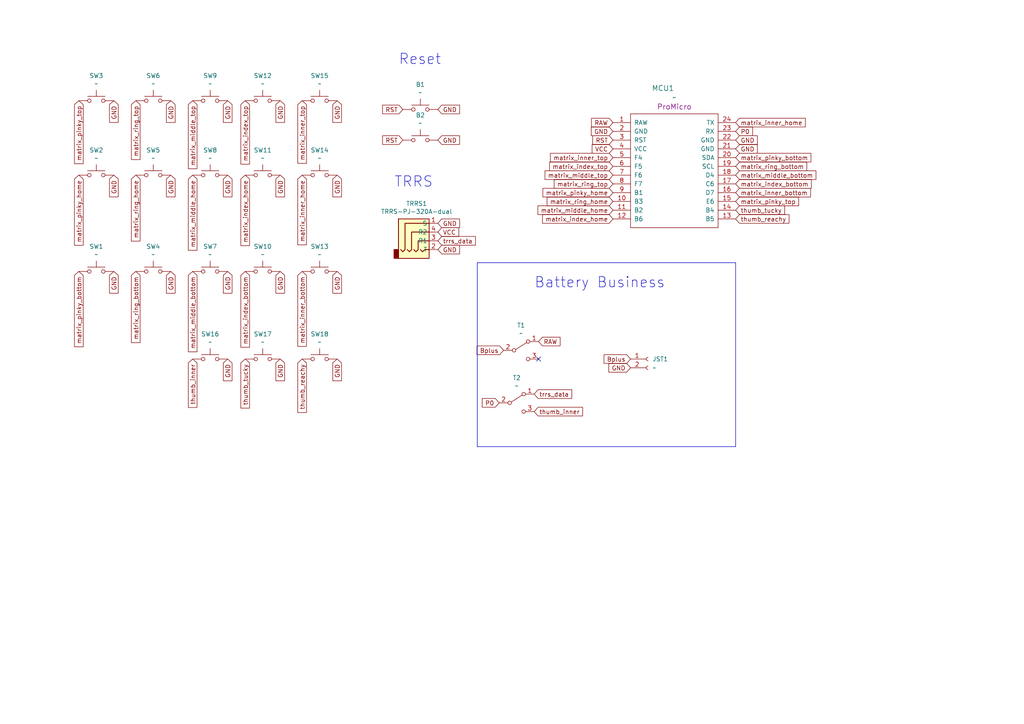
<source format=kicad_sch>
(kicad_sch (version 20230121) (generator eeschema)
  (paper "A4")
  (title_block (title "Sweep Squared") (date "2023-11-11") (rev "0.1"))
  (lib_symbols
    (symbol "AudioJack4dpb-tokas_bp_1"
      (property "Reference" "TRRS1" (at -1.0922 8.255 0))
      (property "Value" "TRRS-PJ-320A-dual" (at -1.0922 5.9436 0))
      (symbol "AudioJack4dpb-tokas_bp_1_0_1"
        (rectangle (start -6.35 -5.08) (end -7.62 -7.62) (stroke (width 0.254)) (fill (type outline)))
        (polyline (pts (xy 0 -5.08) (xy 0.635 -5.715) (xy 1.27 -5.08) (xy 2.54 -5.08)) (stroke (width 0.254)))
        (polyline (pts (xy -5.715 -5.08) (xy -5.08 -5.715) (xy -4.445 -5.08) (xy -4.445 2.54) (xy 2.54 2.54)) (stroke (width 0.254)))
        (polyline (pts (xy -1.905 -5.08) (xy -1.27 -5.715) (xy -0.635 -5.08) (xy -0.635 -2.54) (xy 2.54 -2.54)) (stroke (width 0.254)))
        (polyline (pts (xy 2.54 0) (xy -2.54 0) (xy -2.54 -5.08) (xy -3.175 -5.715) (xy -3.81 -5.08)) (stroke (width 0.254)))
        (rectangle (start 2.54 3.81) (end -6.35 -7.62) (stroke (width 0.254)) (fill (type background)))
      )
      (symbol "AudioJack4dpb-tokas_bp_1_1_1"
        (pin passive line (at 5.08 2.54 180) (length 2.54) (name "S") (number "1"))
        (pin passive line (at 5.08 -5.08 180) (length 2.54) (name "T") (number "2"))
        (pin passive line (at 5.08 -2.54 180) (length 2.54) (name "R1") (number "3"))
        (pin passive line (at 5.08 0 180) (length 2.54) (name "R2") (number "4"))
      )
    )
    (symbol "Connector:Conn_01x02_Female" (pin_names (offset 1.016) hide)
      (property "Reference" "J" (at 0 2.54 0))
      (property "Value" "Conn_01x02_Female" (at 0 -5.08 0))
      (symbol "Conn_01x02_Female_1_1"
        (arc (start 0 -2.032) (mid -0.5058 -2.54) (end 0 -3.048) (stroke (width 0.1524)))
        (polyline (pts (xy -1.27 -2.54) (xy -0.508 -2.54)) (stroke (width 0.1524)))
        (polyline (pts (xy -1.27 0) (xy -0.508 0)) (stroke (width 0.1524)))
        (arc (start 0 0.508) (mid -0.5058 0) (end 0 -0.508) (stroke (width 0.1524)))
        (pin passive line (at -5.08 0 0) (length 3.81) (name "Pin_1") (number "1"))
        (pin passive line (at -5.08 -2.54 0) (length 3.81) (name "Pin_2") (number "2"))
      )
    )
    (symbol "Switch:SW_Push" (pin_numbers hide) (pin_names (offset 1.016) hide)
      (property "Reference" "SW" (at 1.27 2.54 0))
      (property "Value" "SW_Push" (at 0 -1.524 0))
      (symbol "SW_Push_0_1"
        (circle (center -2.032 0) (radius 0.508))
        (polyline (pts (xy 0 1.27) (xy 0 3.048)))
        (polyline (pts (xy 2.54 1.27) (xy -2.54 1.27)))
        (circle (center 2.032 0) (radius 0.508))
        (pin passive line (at -5.08 0 0) (length 2.54) (name "1") (number "1"))
        (pin passive line (at 5.08 0 180) (length 2.54) (name "2") (number "2"))
      )
    )
    (symbol "Switch:SW_SPDT" (pin_names (offset 0) hide)
      (property "Reference" "SW" (at 0 4.318 0))
      (property "Value" "SW_SPDT" (at 0 -5.08 0))
      (symbol "SW_SPDT_0_0"
        (circle (center -2.032 0) (radius 0.508))
        (circle (center 2.032 -2.54) (radius 0.508))
      )
      (symbol "SW_SPDT_0_1"
        (polyline (pts (xy -1.524 0.254) (xy 1.651 2.286)))
        (circle (center 2.032 2.54) (radius 0.508))
      )
      (symbol "SW_SPDT_1_1"
        (pin passive line (at 5.08 2.54 180) (length 2.54) (name "A") (number "1"))
        (pin passive line (at -5.08 0 0) (length 2.54) (name "B") (number "2"))
        (pin passive line (at 5.08 -2.54 180) (length 2.54) (name "C") (number "3"))
      )
    )
    (symbol "sweep-bling-mx__pcb-rescue:ProMicro-kbd-bigblackpill-34key-rescue-sweepv2-rescue" (pin_names (offset 1.016))
      (property "Reference" "MCU1" (at 0 29.0322 0))
      (property "Value" "~" (at 0 26.3398 0))
      (property "Footprint" "ProMicro" (at 0 23.6474 0))
      (symbol "ProMicro-kbd-bigblackpill-34key-rescue-sweepv2-rescue_0_1"
        (rectangle (start -12.7 21.59) (end 12.7 -11.43))
      )
      (symbol "ProMicro-kbd-bigblackpill-34key-rescue-sweepv2-rescue_1_1"
        (pin power_out line (at 17.78 19.05 180) (length 5.08) (name "RAW") (number "1"))
        (pin bidirectional line (at 17.78 -3.81 180) (length 5.08) (name "B3") (number "10"))
        (pin bidirectional line (at 17.78 -6.35 180) (length 5.08) (name "B2") (number "11"))
        (pin bidirectional line (at 17.78 -8.89 180) (length 5.08) (name "B6") (number "12"))
        (pin bidirectional line (at -17.78 -8.89 0) (length 5.08) (name "B5") (number "13"))
        (pin bidirectional line (at -17.78 -6.35 0) (length 5.08) (name "B4") (number "14"))
        (pin bidirectional line (at -17.78 -3.81 0) (length 5.08) (name "E6") (number "15"))
        (pin bidirectional line (at -17.78 -1.27 0) (length 5.08) (name "D7") (number "16"))
        (pin bidirectional line (at -17.78 1.27 0) (length 5.08) (name "C6") (number "17"))
        (pin bidirectional line (at -17.78 3.81 0) (length 5.08) (name "D4") (number "18"))
        (pin bidirectional line (at -17.78 6.35 0) (length 5.08) (name "SCL") (number "19"))
        (pin power_in line (at 17.78 16.51 180) (length 5.08) (name "GND") (number "2"))
        (pin bidirectional line (at -17.78 8.89 0) (length 5.08) (name "SDA") (number "20"))
        (pin power_in line (at -17.78 11.43 0) (length 5.08) (name "GND") (number "21"))
        (pin power_in line (at -17.78 13.97 0) (length 5.08) (name "GND") (number "22"))
        (pin bidirectional line (at -17.78 16.51 0) (length 5.08) (name "RX") (number "23"))
        (pin bidirectional line (at -17.78 19.05 0) (length 5.08) (name "TX") (number "24"))
        (pin input line (at 17.78 13.97 180) (length 5.08) (name "RST") (number "3"))
        (pin power_in line (at 17.78 11.43 180) (length 5.08) (name "VCC") (number "4"))
        (pin bidirectional line (at 17.78 8.89 180) (length 5.08) (name "F4") (number "5"))
        (pin bidirectional line (at 17.78 6.35 180) (length 5.08) (name "F5") (number "6"))
        (pin bidirectional line (at 17.78 3.81 180) (length 5.08) (name "F6") (number "7"))
        (pin bidirectional line (at 17.78 1.27 180) (length 5.08) (name "F7") (number "8"))
        (pin bidirectional line (at 17.78 -1.27 180) (length 5.08) (name "B1") (number "9"))
      )
    )
  )
  (no_connect (at 156.21 104.14))
  (polyline (pts (xy 213.36 129.54) (xy 138.43 129.54)))
  (polyline (pts (xy 138.43 129.54) (xy 138.43 76.2)))
  (polyline (pts (xy 138.43 76.2) (xy 213.36 76.2)))
  (polyline (pts (xy 213.36 76.2) (xy 213.36 129.54)))
  (text "TRRS\n" (at 114.3 54.61 0) (effects (font (size 2.9972 2.9972)) (justify left bottom)))
  (text "Battery Business" (at 154.94 83.82 0) (effects (font (size 2.9972 2.9972)) (justify left bottom)))
  (text "Reset" (at 115.57 19.05 0) (effects (font (size 2.9972 2.9972)) (justify left bottom)))
  (global_label "Bplus" (shape input) (at 146.05 101.6 180) (property "Intersheetrefs" "${INTERSHEET_REFS}" (effects hide)))
  (global_label "GND" (shape input) (at 66.04 50.8 270) (property "Intersheetrefs" "${INTERSHEET_REFS}" (effects hide)))
  (global_label "matrix_middle_top" (shape input) (at 55.88 29.21 270) (property "Intersheetrefs" "${INTERSHEET_REFS}" (effects hide)))
  (global_label "RAW" (shape input) (at 156.21 99.06 0) (property "Intersheetrefs" "${INTERSHEET_REFS}" (effects hide)))
  (global_label "matrix_pinky_home" (shape input) (at 22.86 50.8 270) (property "Intersheetrefs" "${INTERSHEET_REFS}" (effects hide)))
  (global_label "P0" (shape input) (at 144.78 116.84 180) (property "Intersheetrefs" "${INTERSHEET_REFS}" (effects hide)))
  (global_label "GND" (shape input) (at 127 40.64 0) (property "Intersheetrefs" "${INTERSHEET_REFS}" (effects hide)))
  (global_label "GND" (shape input) (at 81.28 29.21 270) (property "Intersheetrefs" "${INTERSHEET_REFS}" (effects hide)))
  (global_label "RST" (shape input) (at 177.8 40.64 180) (property "Intersheetrefs" "${INTERSHEET_REFS}" (effects hide)))
  (global_label "matrix_ring_top" (shape input) (at 177.8 53.34 180) (property "Intersheetrefs" "${INTERSHEET_REFS}" (effects hide)))
  (global_label "thumb_tucky" (shape input) (at 213.36 60.96 0) (property "Intersheetrefs" "${INTERSHEET_REFS}" (effects hide)))
  (global_label "matrix_index_home" (shape input) (at 71.12 50.8 270) (property "Intersheetrefs" "${INTERSHEET_REFS}" (effects hide)))
  (global_label "matrix_index_home" (shape input) (at 177.8 63.5 180) (property "Intersheetrefs" "${INTERSHEET_REFS}" (effects hide)))
  (global_label "matrix_middle_home" (shape input) (at 177.8 60.96 180) (property "Intersheetrefs" "${INTERSHEET_REFS}" (effects hide)))
  (global_label "VCC" (shape input) (at 177.8 43.18 180) (property "Intersheetrefs" "${INTERSHEET_REFS}" (effects hide)))
  (global_label "matrix_inner_home" (shape input) (at 213.36 35.56 0) (property "Intersheetrefs" "${INTERSHEET_REFS}" (effects hide)))
  (global_label "GND" (shape input) (at 66.04 29.21 270) (property "Intersheetrefs" "${INTERSHEET_REFS}" (effects hide)))
  (global_label "GND" (shape input) (at 66.04 78.74 270) (property "Intersheetrefs" "${INTERSHEET_REFS}" (effects hide)))
  (global_label "GND" (shape input) (at 97.79 50.8 270) (property "Intersheetrefs" "${INTERSHEET_REFS}" (effects hide)))
  (global_label "matrix_pinky_top" (shape input) (at 22.86 29.21 270) (property "Intersheetrefs" "${INTERSHEET_REFS}" (effects hide)))
  (global_label "GND" (shape input) (at 127 31.75 0) (property "Intersheetrefs" "${INTERSHEET_REFS}" (effects hide)))
  (global_label "matrix_inner_top" (shape input) (at 87.63 29.21 270) (property "Intersheetrefs" "${INTERSHEET_REFS}" (effects hide)))
  (global_label "GND" (shape input) (at 49.53 29.21 270) (property "Intersheetrefs" "${INTERSHEET_REFS}" (effects hide)))
  (global_label "matrix_index_top" (shape input) (at 177.8 48.26 180) (property "Intersheetrefs" "${INTERSHEET_REFS}" (effects hide)))
  (global_label "GND" (shape input) (at 33.02 50.8 270) (property "Intersheetrefs" "${INTERSHEET_REFS}" (effects hide)))
  (global_label "matrix_inner_home" (shape input) (at 87.63 50.8 270) (property "Intersheetrefs" "${INTERSHEET_REFS}" (effects hide)))
  (global_label "GND" (shape input) (at 33.02 29.21 270) (property "Intersheetrefs" "${INTERSHEET_REFS}" (effects hide)))
  (global_label "matrix_index_top" (shape input) (at 71.12 29.21 270) (property "Intersheetrefs" "${INTERSHEET_REFS}" (effects hide)))
  (global_label "GND" (shape input) (at 81.28 78.74 270) (property "Intersheetrefs" "${INTERSHEET_REFS}" (effects hide)))
  (global_label "matrix_middle_top" (shape input) (at 177.8 50.8 180) (property "Intersheetrefs" "${INTERSHEET_REFS}" (effects hide)))
  (global_label "GND" (shape input) (at 49.53 78.74 270) (property "Intersheetrefs" "${INTERSHEET_REFS}" (effects hide)))
  (global_label "RAW" (shape input) (at 177.8 35.56 180) (property "Intersheetrefs" "${INTERSHEET_REFS}" (effects hide)))
  (global_label "trrs_data" (shape input) (at 127 69.85 0) (property "Intersheetrefs" "${INTERSHEET_REFS}" (effects hide)))
  (global_label "matrix_index_bottom" (shape input) (at 71.12 78.74 270) (property "Intersheetrefs" "${INTERSHEET_REFS}" (effects hide)))
  (global_label "thumb_tucky" (shape input) (at 71.12 104.14 270) (property "Intersheetrefs" "${INTERSHEET_REFS}" (effects hide)))
  (global_label "matrix_pinky_bottom" (shape input) (at 22.86 78.74 270) (property "Intersheetrefs" "${INTERSHEET_REFS}" (effects hide)))
  (global_label "matrix_pinky_home" (shape input) (at 177.8 55.88 180) (property "Intersheetrefs" "${INTERSHEET_REFS}" (effects hide)))
  (global_label "Bplus" (shape input) (at 182.88 104.14 180) (property "Intersheetrefs" "${INTERSHEET_REFS}" (effects hide)))
  (global_label "GND" (shape input) (at 127 72.39 0) (property "Intersheetrefs" "${INTERSHEET_REFS}" (effects hide)))
  (global_label "GND" (shape input) (at 66.04 104.14 270) (property "Intersheetrefs" "${INTERSHEET_REFS}" (effects hide)))
  (global_label "GND" (shape input) (at 97.79 29.21 270) (property "Intersheetrefs" "${INTERSHEET_REFS}" (effects hide)))
  (global_label "GND" (shape input) (at 213.36 43.18 0) (property "Intersheetrefs" "${INTERSHEET_REFS}" (effects hide)))
  (global_label "VCC" (shape input) (at 127 67.31 0) (property "Intersheetrefs" "${INTERSHEET_REFS}" (effects hide)))
  (global_label "matrix_pinky_bottom" (shape input) (at 213.36 45.72 0) (property "Intersheetrefs" "${INTERSHEET_REFS}" (effects hide)))
  (global_label "GND" (shape input) (at 97.79 78.74 270) (property "Intersheetrefs" "${INTERSHEET_REFS}" (effects hide)))
  (global_label "GND" (shape input) (at 213.36 40.64 0) (property "Intersheetrefs" "${INTERSHEET_REFS}" (effects hide)))
  (global_label "RST" (shape input) (at 116.84 40.64 180) (property "Intersheetrefs" "${INTERSHEET_REFS}" (effects hide)))
  (global_label "matrix_ring_home" (shape input) (at 39.37 50.8 270) (property "Intersheetrefs" "${INTERSHEET_REFS}" (effects hide)))
  (global_label "matrix_inner_bottom" (shape input) (at 213.36 55.88 0) (property "Intersheetrefs" "${INTERSHEET_REFS}" (effects hide)))
  (global_label "matrix_middle_bottom" (shape input) (at 213.36 50.8 0) (property "Intersheetrefs" "${INTERSHEET_REFS}" (effects hide)))
  (global_label "matrix_ring_home" (shape input) (at 177.8 58.42 180) (property "Intersheetrefs" "${INTERSHEET_REFS}" (effects hide)))
  (global_label "thumb_reachy" (shape input) (at 213.36 63.5 0) (property "Intersheetrefs" "${INTERSHEET_REFS}" (effects hide)))
  (global_label "GND" (shape input) (at 127 64.77 0) (property "Intersheetrefs" "${INTERSHEET_REFS}" (effects hide)))
  (global_label "matrix_ring_bottom" (shape input) (at 39.37 78.74 270) (property "Intersheetrefs" "${INTERSHEET_REFS}" (effects hide)))
  (global_label "matrix_pinky_top" (shape input) (at 213.36 58.42 0) (property "Intersheetrefs" "${INTERSHEET_REFS}" (effects hide)))
  (global_label "matrix_inner_top" (shape input) (at 177.8 45.72 180) (property "Intersheetrefs" "${INTERSHEET_REFS}" (effects hide)))
  (global_label "matrix_ring_bottom" (shape input) (at 213.36 48.26 0) (property "Intersheetrefs" "${INTERSHEET_REFS}" (effects hide)))
  (global_label "RST" (shape input) (at 116.84 31.75 180) (property "Intersheetrefs" "${INTERSHEET_REFS}" (effects hide)))
  (global_label "matrix_index_bottom" (shape input) (at 213.36 53.34 0) (property "Intersheetrefs" "${INTERSHEET_REFS}" (effects hide)))
  (global_label "matrix_ring_top" (shape input) (at 39.37 29.21 270) (property "Intersheetrefs" "${INTERSHEET_REFS}" (effects hide)))
  (global_label "GND" (shape input) (at 81.28 104.14 270) (property "Intersheetrefs" "${INTERSHEET_REFS}" (effects hide)))
  (global_label "trrs_data" (shape input) (at 154.94 114.3 0) (property "Intersheetrefs" "${INTERSHEET_REFS}" (effects hide)))
  (global_label "GND" (shape input) (at 81.28 50.8 270) (property "Intersheetrefs" "${INTERSHEET_REFS}" (effects hide)))
  (global_label "thumb_inner" (shape input) (at 154.94 119.38 0) (property "Intersheetrefs" "${INTERSHEET_REFS}" (effects hide)))
  (global_label "matrix_middle_bottom" (shape input) (at 55.88 78.74 270) (property "Intersheetrefs" "${INTERSHEET_REFS}" (effects hide)))
  (global_label "GND" (shape input) (at 49.53 50.8 270) (property "Intersheetrefs" "${INTERSHEET_REFS}" (effects hide)))
  (global_label "GND" (shape input) (at 97.79 104.14 270) (property "Intersheetrefs" "${INTERSHEET_REFS}" (effects hide)))
  (global_label "matrix_middle_home" (shape input) (at 55.88 50.8 270) (property "Intersheetrefs" "${INTERSHEET_REFS}" (effects hide)))
  (global_label "GND" (shape input) (at 33.02 78.74 270) (property "Intersheetrefs" "${INTERSHEET_REFS}" (effects hide)))
  (global_label "thumb_reachy" (shape input) (at 87.63 104.14 270) (property "Intersheetrefs" "${INTERSHEET_REFS}" (effects hide)))
  (global_label "matrix_inner_bottom" (shape input) (at 87.63 78.74 270) (property "Intersheetrefs" "${INTERSHEET_REFS}" (effects hide)))
  (global_label "GND" (shape input) (at 177.8 38.1 180) (property "Intersheetrefs" "${INTERSHEET_REFS}" (effects hide)))
  (global_label "GND" (shape input) (at 182.88 106.68 180) (property "Intersheetrefs" "${INTERSHEET_REFS}" (effects hide)))
  (global_label "thumb_inner" (shape input) (at 55.88 104.14 270) (property "Intersheetrefs" "${INTERSHEET_REFS}" (effects hide)))
  (global_label "P0" (shape input) (at 213.36 38.1 0) (property "Intersheetrefs" "${INTERSHEET_REFS}" (effects hide)))
  (symbol (lib_id "sweep-bling-mx__pcb-rescue:ProMicro-kbd-bigblackpill-34key-rescue-sweepv2-rescue") (at 195.58 54.61 0) (mirror y) (unit 1)
    (property "Reference" "MCU1" (at 195.58 25.5778 0) (effects (font (size 1.524 1.524)) (justify left)))
    (property "Value" "~" (at 195.58 28.2702 0) (effects (font (size 1.524 1.524))))
    (property "Footprint" "ProMicro" (at 195.58 30.9626 0) (effects (font (size 1.524 1.524))))
  )
  (symbol (lib_id "Switch:SW_Push") (at 27.94 29.21 0) (unit 1)
    (property "Reference" "SW3" (at 27.94 21.971 0))
    (property "Value" "~" (at 27.94 24.2824 0))
    (property "Footprint" "key-switches" (effects hide))
  )
  (symbol (lib_id "Switch:SW_Push") (at 44.45 29.21 0) (unit 1)
    (property "Reference" "SW6" (at 44.45 21.971 0))
    (property "Value" "~" (at 44.45 24.2824 0))
    (property "Footprint" "key-switches" (effects hide))
  )
  (symbol (lib_id "Switch:SW_Push") (at 60.96 29.21 0) (unit 1)
    (property "Reference" "SW9" (at 60.96 21.971 0))
    (property "Value" "~" (at 60.96 24.2824 0))
    (property "Footprint" "key-switches" (effects hide))
  )
  (symbol (lib_id "Switch:SW_Push") (at 76.2 29.21 0) (unit 1)
    (property "Reference" "SW12" (at 76.2 21.971 0))
    (property "Value" "~" (at 76.2 24.2824 0))
    (property "Footprint" "key-switches" (effects hide))
  )
  (symbol (lib_id "Switch:SW_Push") (at 92.71 29.21 0) (unit 1)
    (property "Reference" "SW15" (at 92.71 21.971 0))
    (property "Value" "~" (at 92.71 24.2824 0))
    (property "Footprint" "key-switches" (effects hide))
  )
  (symbol (lib_id "Switch:SW_Push") (at 60.96 104.14 0) (unit 1)
    (property "Reference" "SW16" (at 60.96 96.901 0))
    (property "Value" "~" (at 60.96 99.2124 0))
    (property "Footprint" "key-switches" (effects hide))
  )
  (symbol (lib_id "Switch:SW_Push") (at 76.2 104.14 0) (unit 1)
    (property "Reference" "SW17" (at 76.2 96.901 0))
    (property "Value" "~" (at 76.2 99.2124 0))
    (property "Footprint" "key-switches" (effects hide))
  )
  (symbol (lib_id "Switch:SW_Push") (at 27.94 50.8 0) (unit 1)
    (property "Reference" "SW2" (at 27.94 43.561 0))
    (property "Value" "~" (at 27.94 45.8724 0))
    (property "Footprint" "key-switches" (effects hide))
  )
  (symbol (lib_id "Switch:SW_Push") (at 44.45 50.8 0) (unit 1)
    (property "Reference" "SW5" (at 44.45 43.561 0))
    (property "Value" "~" (at 44.45 45.8724 0))
    (property "Footprint" "key-switches" (effects hide))
  )
  (symbol (lib_id "Switch:SW_Push") (at 60.96 50.8 0) (unit 1)
    (property "Reference" "SW8" (at 60.96 43.561 0))
    (property "Value" "~" (at 60.96 45.8724 0))
    (property "Footprint" "key-switches" (effects hide))
  )
  (symbol (lib_id "Switch:SW_Push") (at 76.2 50.8 0) (unit 1)
    (property "Reference" "SW11" (at 76.2 43.561 0))
    (property "Value" "~" (at 76.2 45.8724 0))
    (property "Footprint" "key-switches" (effects hide))
  )
  (symbol (lib_id "Switch:SW_Push") (at 92.71 50.8 0) (unit 1)
    (property "Reference" "SW14" (at 92.71 43.561 0))
    (property "Value" "~" (at 92.71 45.8724 0))
    (property "Footprint" "key-switches" (effects hide))
  )
  (symbol (lib_id "Switch:SW_Push") (at 27.94 78.74 0) (unit 1)
    (property "Reference" "SW1" (at 27.94 71.501 0))
    (property "Value" "~" (at 27.94 73.8124 0))
    (property "Footprint" "key-switches" (effects hide))
  )
  (symbol (lib_id "Switch:SW_Push") (at 44.45 78.74 0) (unit 1)
    (property "Reference" "SW4" (at 44.45 71.501 0))
    (property "Value" "~" (at 44.45 73.8124 0))
    (property "Footprint" "key-switches" (effects hide))
  )
  (symbol (lib_id "Switch:SW_Push") (at 60.96 78.74 0) (unit 1)
    (property "Reference" "SW7" (at 60.96 71.501 0))
    (property "Value" "~" (at 60.96 73.8124 0))
    (property "Footprint" "key-switches" (effects hide))
  )
  (symbol (lib_id "Switch:SW_Push") (at 76.2 78.74 0) (unit 1)
    (property "Reference" "SW10" (at 76.2 71.501 0))
    (property "Value" "~" (at 76.2 73.8124 0))
    (property "Footprint" "key-switches" (effects hide))
  )
  (symbol (lib_id "Switch:SW_Push") (at 92.71 78.74 0) (unit 1)
    (property "Reference" "SW13" (at 92.71 71.501 0))
    (property "Value" "~" (at 92.71 73.8124 0))
    (property "Footprint" "key-switches" (effects hide))
  )
  (symbol (lib_id "Switch:SW_Push") (at 121.92 31.75 0) (unit 1)
    (property "Reference" "B1" (at 121.92 24.511 0))
    (property "Value" "~" (at 121.92 26.8224 0))
    (property "Footprint" "kbd:ResetSW" (effects hide))
  )
  (symbol (lib_id "Switch:SW_SPDT") (at 151.13 101.6 0) (unit 1)
    (property "Reference" "T1" (at 151.13 94.361 0))
    (property "Value" "~" (at 151.13 96.6724 0))
    (property "Footprint" "E73:SPDT_C128955" (effects hide))
  )
  (symbol (lib_name "AudioJack4dpb-tokas_bp_1") (lib_id "sweep-bling-mx__pcb-rescue:AudioJack4dpb-tokas_bp") (at 121.92 67.31 0) (unit 1)
    (property "Reference" "TRRS1" (at 120.8278 59.055 0))
    (property "Value" "TRRS-PJ-320A-dual" (at 120.8278 61.3664 0))
    (property "Footprint" "TRRS-PJ-320A-dual" (effects hide))
  )
  (symbol (lib_id "Switch:SW_Push") (at 121.92 40.64 0) (unit 1)
    (property "Reference" "B2" (at 121.92 33.401 0))
    (property "Value" "~" (at 121.92 35.7124 0))
    (property "Footprint" "Button_Switch_SMD:SW_SPST_B3U-1000P" (effects hide))
  )
  (symbol (lib_id "Connector:Conn_01x02_Female") (at 187.96 104.14 0) (unit 1)
    (property "Reference" "JST1" (at 189.23 104.14 0) (effects (justify left)))
    (property "Value" "~" (at 189.23 106.68 0) (effects (justify left)))
    (property "Footprint" "JST_PH_S2B-PH-K_02x2.00mm_Angled" (effects hide))
  )
  (symbol (lib_id "Switch:SW_Push") (at 92.71 104.14 0) (unit 1)
    (property "Reference" "SW18" (at 92.71 96.901 0))
    (property "Value" "~" (at 92.71 99.2124 0))
    (property "Footprint" "key-switches" (effects hide))
  )
  (symbol (lib_id "Switch:SW_SPDT") (at 149.86 116.84 0) (unit 1)
    (property "Reference" "T2" (at 149.86 109.601 0))
    (property "Value" "~" (at 149.86 111.9124 0))
    (property "Footprint" "E73:SPDT_C128955" (effects hide))
  )
)
</source>
